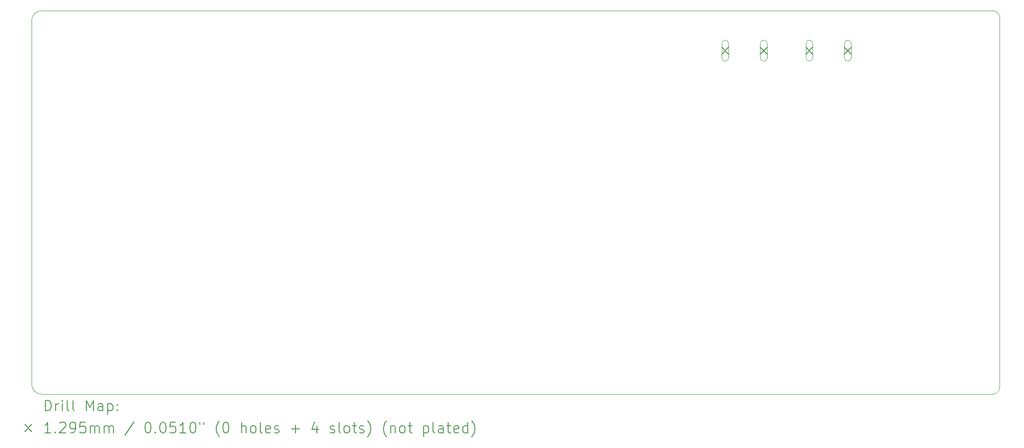
<source format=gbr>
%TF.GenerationSoftware,KiCad,Pcbnew,8.0.6*%
%TF.CreationDate,2025-03-03T14:33:04-05:00*%
%TF.ProjectId,SiPM_Bias_Board,5369504d-5f42-4696-9173-5f426f617264,rev?*%
%TF.SameCoordinates,Original*%
%TF.FileFunction,Drillmap*%
%TF.FilePolarity,Positive*%
%FSLAX45Y45*%
G04 Gerber Fmt 4.5, Leading zero omitted, Abs format (unit mm)*
G04 Created by KiCad (PCBNEW 8.0.6) date 2025-03-03 14:33:04*
%MOMM*%
%LPD*%
G01*
G04 APERTURE LIST*
%ADD10C,0.050000*%
%ADD11C,0.200000*%
%ADD12C,0.129540*%
%ADD13C,0.100000*%
G04 APERTURE END LIST*
D10*
X23993500Y-6196500D02*
X23993500Y-13245000D01*
X23865599Y-13371228D02*
X5769000Y-13372000D01*
X5578500Y-6260000D02*
X5578500Y-13181500D01*
X5769000Y-13372000D02*
G75*
G02*
X5578500Y-13181500I0J190500D01*
G01*
X5578500Y-6260000D02*
G75*
G02*
X5769017Y-6071235I192380J-3640D01*
G01*
X23993500Y-13245000D02*
G75*
G02*
X23865599Y-13371228I-127660J1440D01*
G01*
X5769017Y-6071235D02*
X23865597Y-6070403D01*
X23865597Y-6070403D02*
G75*
G02*
X23992983Y-6196524I-4837J-132277D01*
G01*
D11*
D12*
X18709230Y-6769230D02*
X18838770Y-6898770D01*
X18838770Y-6769230D02*
X18709230Y-6898770D01*
D13*
X18709230Y-6698770D02*
X18709230Y-6969230D01*
X18838770Y-6969230D02*
G75*
G02*
X18709230Y-6969230I-64770J0D01*
G01*
X18838770Y-6969230D02*
X18838770Y-6698770D01*
X18838770Y-6698770D02*
G75*
G03*
X18709230Y-6698770I-64770J0D01*
G01*
D12*
X19441230Y-6769230D02*
X19570770Y-6898770D01*
X19570770Y-6769230D02*
X19441230Y-6898770D01*
D13*
X19441230Y-6698770D02*
X19441230Y-6969230D01*
X19570770Y-6969230D02*
G75*
G02*
X19441230Y-6969230I-64770J0D01*
G01*
X19570770Y-6969230D02*
X19570770Y-6698770D01*
X19570770Y-6698770D02*
G75*
G03*
X19441230Y-6698770I-64770J0D01*
G01*
D12*
X20309230Y-6769230D02*
X20438770Y-6898770D01*
X20438770Y-6769230D02*
X20309230Y-6898770D01*
D13*
X20309230Y-6698770D02*
X20309230Y-6969230D01*
X20438770Y-6969230D02*
G75*
G02*
X20309230Y-6969230I-64770J0D01*
G01*
X20438770Y-6969230D02*
X20438770Y-6698770D01*
X20438770Y-6698770D02*
G75*
G03*
X20309230Y-6698770I-64770J0D01*
G01*
D12*
X21041230Y-6769230D02*
X21170770Y-6898770D01*
X21170770Y-6769230D02*
X21041230Y-6898770D01*
D13*
X21041230Y-6698770D02*
X21041230Y-6969230D01*
X21170770Y-6969230D02*
G75*
G02*
X21041230Y-6969230I-64770J0D01*
G01*
X21170770Y-6969230D02*
X21170770Y-6698770D01*
X21170770Y-6698770D02*
G75*
G03*
X21041230Y-6698770I-64770J0D01*
G01*
D11*
X5836777Y-13685984D02*
X5836777Y-13485984D01*
X5836777Y-13485984D02*
X5884396Y-13485984D01*
X5884396Y-13485984D02*
X5912967Y-13495508D01*
X5912967Y-13495508D02*
X5932015Y-13514555D01*
X5932015Y-13514555D02*
X5941539Y-13533603D01*
X5941539Y-13533603D02*
X5951062Y-13571698D01*
X5951062Y-13571698D02*
X5951062Y-13600269D01*
X5951062Y-13600269D02*
X5941539Y-13638365D01*
X5941539Y-13638365D02*
X5932015Y-13657412D01*
X5932015Y-13657412D02*
X5912967Y-13676460D01*
X5912967Y-13676460D02*
X5884396Y-13685984D01*
X5884396Y-13685984D02*
X5836777Y-13685984D01*
X6036777Y-13685984D02*
X6036777Y-13552650D01*
X6036777Y-13590746D02*
X6046301Y-13571698D01*
X6046301Y-13571698D02*
X6055824Y-13562174D01*
X6055824Y-13562174D02*
X6074872Y-13552650D01*
X6074872Y-13552650D02*
X6093920Y-13552650D01*
X6160586Y-13685984D02*
X6160586Y-13552650D01*
X6160586Y-13485984D02*
X6151062Y-13495508D01*
X6151062Y-13495508D02*
X6160586Y-13505031D01*
X6160586Y-13505031D02*
X6170110Y-13495508D01*
X6170110Y-13495508D02*
X6160586Y-13485984D01*
X6160586Y-13485984D02*
X6160586Y-13505031D01*
X6284396Y-13685984D02*
X6265348Y-13676460D01*
X6265348Y-13676460D02*
X6255824Y-13657412D01*
X6255824Y-13657412D02*
X6255824Y-13485984D01*
X6389158Y-13685984D02*
X6370110Y-13676460D01*
X6370110Y-13676460D02*
X6360586Y-13657412D01*
X6360586Y-13657412D02*
X6360586Y-13485984D01*
X6617729Y-13685984D02*
X6617729Y-13485984D01*
X6617729Y-13485984D02*
X6684396Y-13628841D01*
X6684396Y-13628841D02*
X6751062Y-13485984D01*
X6751062Y-13485984D02*
X6751062Y-13685984D01*
X6932015Y-13685984D02*
X6932015Y-13581222D01*
X6932015Y-13581222D02*
X6922491Y-13562174D01*
X6922491Y-13562174D02*
X6903443Y-13552650D01*
X6903443Y-13552650D02*
X6865348Y-13552650D01*
X6865348Y-13552650D02*
X6846301Y-13562174D01*
X6932015Y-13676460D02*
X6912967Y-13685984D01*
X6912967Y-13685984D02*
X6865348Y-13685984D01*
X6865348Y-13685984D02*
X6846301Y-13676460D01*
X6846301Y-13676460D02*
X6836777Y-13657412D01*
X6836777Y-13657412D02*
X6836777Y-13638365D01*
X6836777Y-13638365D02*
X6846301Y-13619317D01*
X6846301Y-13619317D02*
X6865348Y-13609793D01*
X6865348Y-13609793D02*
X6912967Y-13609793D01*
X6912967Y-13609793D02*
X6932015Y-13600269D01*
X7027253Y-13552650D02*
X7027253Y-13752650D01*
X7027253Y-13562174D02*
X7046301Y-13552650D01*
X7046301Y-13552650D02*
X7084396Y-13552650D01*
X7084396Y-13552650D02*
X7103443Y-13562174D01*
X7103443Y-13562174D02*
X7112967Y-13571698D01*
X7112967Y-13571698D02*
X7122491Y-13590746D01*
X7122491Y-13590746D02*
X7122491Y-13647888D01*
X7122491Y-13647888D02*
X7112967Y-13666936D01*
X7112967Y-13666936D02*
X7103443Y-13676460D01*
X7103443Y-13676460D02*
X7084396Y-13685984D01*
X7084396Y-13685984D02*
X7046301Y-13685984D01*
X7046301Y-13685984D02*
X7027253Y-13676460D01*
X7208205Y-13666936D02*
X7217729Y-13676460D01*
X7217729Y-13676460D02*
X7208205Y-13685984D01*
X7208205Y-13685984D02*
X7198682Y-13676460D01*
X7198682Y-13676460D02*
X7208205Y-13666936D01*
X7208205Y-13666936D02*
X7208205Y-13685984D01*
X7208205Y-13562174D02*
X7217729Y-13571698D01*
X7217729Y-13571698D02*
X7208205Y-13581222D01*
X7208205Y-13581222D02*
X7198682Y-13571698D01*
X7198682Y-13571698D02*
X7208205Y-13562174D01*
X7208205Y-13562174D02*
X7208205Y-13581222D01*
D12*
X5446460Y-13949730D02*
X5576000Y-14079270D01*
X5576000Y-13949730D02*
X5446460Y-14079270D01*
D11*
X5941539Y-14105984D02*
X5827253Y-14105984D01*
X5884396Y-14105984D02*
X5884396Y-13905984D01*
X5884396Y-13905984D02*
X5865348Y-13934555D01*
X5865348Y-13934555D02*
X5846301Y-13953603D01*
X5846301Y-13953603D02*
X5827253Y-13963127D01*
X6027253Y-14086936D02*
X6036777Y-14096460D01*
X6036777Y-14096460D02*
X6027253Y-14105984D01*
X6027253Y-14105984D02*
X6017729Y-14096460D01*
X6017729Y-14096460D02*
X6027253Y-14086936D01*
X6027253Y-14086936D02*
X6027253Y-14105984D01*
X6112967Y-13925031D02*
X6122491Y-13915508D01*
X6122491Y-13915508D02*
X6141539Y-13905984D01*
X6141539Y-13905984D02*
X6189158Y-13905984D01*
X6189158Y-13905984D02*
X6208205Y-13915508D01*
X6208205Y-13915508D02*
X6217729Y-13925031D01*
X6217729Y-13925031D02*
X6227253Y-13944079D01*
X6227253Y-13944079D02*
X6227253Y-13963127D01*
X6227253Y-13963127D02*
X6217729Y-13991698D01*
X6217729Y-13991698D02*
X6103443Y-14105984D01*
X6103443Y-14105984D02*
X6227253Y-14105984D01*
X6322491Y-14105984D02*
X6360586Y-14105984D01*
X6360586Y-14105984D02*
X6379634Y-14096460D01*
X6379634Y-14096460D02*
X6389158Y-14086936D01*
X6389158Y-14086936D02*
X6408205Y-14058365D01*
X6408205Y-14058365D02*
X6417729Y-14020269D01*
X6417729Y-14020269D02*
X6417729Y-13944079D01*
X6417729Y-13944079D02*
X6408205Y-13925031D01*
X6408205Y-13925031D02*
X6398682Y-13915508D01*
X6398682Y-13915508D02*
X6379634Y-13905984D01*
X6379634Y-13905984D02*
X6341539Y-13905984D01*
X6341539Y-13905984D02*
X6322491Y-13915508D01*
X6322491Y-13915508D02*
X6312967Y-13925031D01*
X6312967Y-13925031D02*
X6303443Y-13944079D01*
X6303443Y-13944079D02*
X6303443Y-13991698D01*
X6303443Y-13991698D02*
X6312967Y-14010746D01*
X6312967Y-14010746D02*
X6322491Y-14020269D01*
X6322491Y-14020269D02*
X6341539Y-14029793D01*
X6341539Y-14029793D02*
X6379634Y-14029793D01*
X6379634Y-14029793D02*
X6398682Y-14020269D01*
X6398682Y-14020269D02*
X6408205Y-14010746D01*
X6408205Y-14010746D02*
X6417729Y-13991698D01*
X6598682Y-13905984D02*
X6503443Y-13905984D01*
X6503443Y-13905984D02*
X6493920Y-14001222D01*
X6493920Y-14001222D02*
X6503443Y-13991698D01*
X6503443Y-13991698D02*
X6522491Y-13982174D01*
X6522491Y-13982174D02*
X6570110Y-13982174D01*
X6570110Y-13982174D02*
X6589158Y-13991698D01*
X6589158Y-13991698D02*
X6598682Y-14001222D01*
X6598682Y-14001222D02*
X6608205Y-14020269D01*
X6608205Y-14020269D02*
X6608205Y-14067888D01*
X6608205Y-14067888D02*
X6598682Y-14086936D01*
X6598682Y-14086936D02*
X6589158Y-14096460D01*
X6589158Y-14096460D02*
X6570110Y-14105984D01*
X6570110Y-14105984D02*
X6522491Y-14105984D01*
X6522491Y-14105984D02*
X6503443Y-14096460D01*
X6503443Y-14096460D02*
X6493920Y-14086936D01*
X6693920Y-14105984D02*
X6693920Y-13972650D01*
X6693920Y-13991698D02*
X6703443Y-13982174D01*
X6703443Y-13982174D02*
X6722491Y-13972650D01*
X6722491Y-13972650D02*
X6751063Y-13972650D01*
X6751063Y-13972650D02*
X6770110Y-13982174D01*
X6770110Y-13982174D02*
X6779634Y-14001222D01*
X6779634Y-14001222D02*
X6779634Y-14105984D01*
X6779634Y-14001222D02*
X6789158Y-13982174D01*
X6789158Y-13982174D02*
X6808205Y-13972650D01*
X6808205Y-13972650D02*
X6836777Y-13972650D01*
X6836777Y-13972650D02*
X6855824Y-13982174D01*
X6855824Y-13982174D02*
X6865348Y-14001222D01*
X6865348Y-14001222D02*
X6865348Y-14105984D01*
X6960586Y-14105984D02*
X6960586Y-13972650D01*
X6960586Y-13991698D02*
X6970110Y-13982174D01*
X6970110Y-13982174D02*
X6989158Y-13972650D01*
X6989158Y-13972650D02*
X7017729Y-13972650D01*
X7017729Y-13972650D02*
X7036777Y-13982174D01*
X7036777Y-13982174D02*
X7046301Y-14001222D01*
X7046301Y-14001222D02*
X7046301Y-14105984D01*
X7046301Y-14001222D02*
X7055824Y-13982174D01*
X7055824Y-13982174D02*
X7074872Y-13972650D01*
X7074872Y-13972650D02*
X7103443Y-13972650D01*
X7103443Y-13972650D02*
X7122491Y-13982174D01*
X7122491Y-13982174D02*
X7132015Y-14001222D01*
X7132015Y-14001222D02*
X7132015Y-14105984D01*
X7522491Y-13896460D02*
X7351063Y-14153603D01*
X7779634Y-13905984D02*
X7798682Y-13905984D01*
X7798682Y-13905984D02*
X7817729Y-13915508D01*
X7817729Y-13915508D02*
X7827253Y-13925031D01*
X7827253Y-13925031D02*
X7836777Y-13944079D01*
X7836777Y-13944079D02*
X7846301Y-13982174D01*
X7846301Y-13982174D02*
X7846301Y-14029793D01*
X7846301Y-14029793D02*
X7836777Y-14067888D01*
X7836777Y-14067888D02*
X7827253Y-14086936D01*
X7827253Y-14086936D02*
X7817729Y-14096460D01*
X7817729Y-14096460D02*
X7798682Y-14105984D01*
X7798682Y-14105984D02*
X7779634Y-14105984D01*
X7779634Y-14105984D02*
X7760586Y-14096460D01*
X7760586Y-14096460D02*
X7751063Y-14086936D01*
X7751063Y-14086936D02*
X7741539Y-14067888D01*
X7741539Y-14067888D02*
X7732015Y-14029793D01*
X7732015Y-14029793D02*
X7732015Y-13982174D01*
X7732015Y-13982174D02*
X7741539Y-13944079D01*
X7741539Y-13944079D02*
X7751063Y-13925031D01*
X7751063Y-13925031D02*
X7760586Y-13915508D01*
X7760586Y-13915508D02*
X7779634Y-13905984D01*
X7932015Y-14086936D02*
X7941539Y-14096460D01*
X7941539Y-14096460D02*
X7932015Y-14105984D01*
X7932015Y-14105984D02*
X7922491Y-14096460D01*
X7922491Y-14096460D02*
X7932015Y-14086936D01*
X7932015Y-14086936D02*
X7932015Y-14105984D01*
X8065348Y-13905984D02*
X8084396Y-13905984D01*
X8084396Y-13905984D02*
X8103444Y-13915508D01*
X8103444Y-13915508D02*
X8112967Y-13925031D01*
X8112967Y-13925031D02*
X8122491Y-13944079D01*
X8122491Y-13944079D02*
X8132015Y-13982174D01*
X8132015Y-13982174D02*
X8132015Y-14029793D01*
X8132015Y-14029793D02*
X8122491Y-14067888D01*
X8122491Y-14067888D02*
X8112967Y-14086936D01*
X8112967Y-14086936D02*
X8103444Y-14096460D01*
X8103444Y-14096460D02*
X8084396Y-14105984D01*
X8084396Y-14105984D02*
X8065348Y-14105984D01*
X8065348Y-14105984D02*
X8046301Y-14096460D01*
X8046301Y-14096460D02*
X8036777Y-14086936D01*
X8036777Y-14086936D02*
X8027253Y-14067888D01*
X8027253Y-14067888D02*
X8017729Y-14029793D01*
X8017729Y-14029793D02*
X8017729Y-13982174D01*
X8017729Y-13982174D02*
X8027253Y-13944079D01*
X8027253Y-13944079D02*
X8036777Y-13925031D01*
X8036777Y-13925031D02*
X8046301Y-13915508D01*
X8046301Y-13915508D02*
X8065348Y-13905984D01*
X8312967Y-13905984D02*
X8217729Y-13905984D01*
X8217729Y-13905984D02*
X8208206Y-14001222D01*
X8208206Y-14001222D02*
X8217729Y-13991698D01*
X8217729Y-13991698D02*
X8236777Y-13982174D01*
X8236777Y-13982174D02*
X8284396Y-13982174D01*
X8284396Y-13982174D02*
X8303444Y-13991698D01*
X8303444Y-13991698D02*
X8312967Y-14001222D01*
X8312967Y-14001222D02*
X8322491Y-14020269D01*
X8322491Y-14020269D02*
X8322491Y-14067888D01*
X8322491Y-14067888D02*
X8312967Y-14086936D01*
X8312967Y-14086936D02*
X8303444Y-14096460D01*
X8303444Y-14096460D02*
X8284396Y-14105984D01*
X8284396Y-14105984D02*
X8236777Y-14105984D01*
X8236777Y-14105984D02*
X8217729Y-14096460D01*
X8217729Y-14096460D02*
X8208206Y-14086936D01*
X8512968Y-14105984D02*
X8398682Y-14105984D01*
X8455825Y-14105984D02*
X8455825Y-13905984D01*
X8455825Y-13905984D02*
X8436777Y-13934555D01*
X8436777Y-13934555D02*
X8417729Y-13953603D01*
X8417729Y-13953603D02*
X8398682Y-13963127D01*
X8636777Y-13905984D02*
X8655825Y-13905984D01*
X8655825Y-13905984D02*
X8674872Y-13915508D01*
X8674872Y-13915508D02*
X8684396Y-13925031D01*
X8684396Y-13925031D02*
X8693920Y-13944079D01*
X8693920Y-13944079D02*
X8703444Y-13982174D01*
X8703444Y-13982174D02*
X8703444Y-14029793D01*
X8703444Y-14029793D02*
X8693920Y-14067888D01*
X8693920Y-14067888D02*
X8684396Y-14086936D01*
X8684396Y-14086936D02*
X8674872Y-14096460D01*
X8674872Y-14096460D02*
X8655825Y-14105984D01*
X8655825Y-14105984D02*
X8636777Y-14105984D01*
X8636777Y-14105984D02*
X8617729Y-14096460D01*
X8617729Y-14096460D02*
X8608206Y-14086936D01*
X8608206Y-14086936D02*
X8598682Y-14067888D01*
X8598682Y-14067888D02*
X8589158Y-14029793D01*
X8589158Y-14029793D02*
X8589158Y-13982174D01*
X8589158Y-13982174D02*
X8598682Y-13944079D01*
X8598682Y-13944079D02*
X8608206Y-13925031D01*
X8608206Y-13925031D02*
X8617729Y-13915508D01*
X8617729Y-13915508D02*
X8636777Y-13905984D01*
X8779634Y-13905984D02*
X8779634Y-13944079D01*
X8855825Y-13905984D02*
X8855825Y-13944079D01*
X9151063Y-14182174D02*
X9141539Y-14172650D01*
X9141539Y-14172650D02*
X9122491Y-14144079D01*
X9122491Y-14144079D02*
X9112968Y-14125031D01*
X9112968Y-14125031D02*
X9103444Y-14096460D01*
X9103444Y-14096460D02*
X9093920Y-14048841D01*
X9093920Y-14048841D02*
X9093920Y-14010746D01*
X9093920Y-14010746D02*
X9103444Y-13963127D01*
X9103444Y-13963127D02*
X9112968Y-13934555D01*
X9112968Y-13934555D02*
X9122491Y-13915508D01*
X9122491Y-13915508D02*
X9141539Y-13886936D01*
X9141539Y-13886936D02*
X9151063Y-13877412D01*
X9265349Y-13905984D02*
X9284396Y-13905984D01*
X9284396Y-13905984D02*
X9303444Y-13915508D01*
X9303444Y-13915508D02*
X9312968Y-13925031D01*
X9312968Y-13925031D02*
X9322491Y-13944079D01*
X9322491Y-13944079D02*
X9332015Y-13982174D01*
X9332015Y-13982174D02*
X9332015Y-14029793D01*
X9332015Y-14029793D02*
X9322491Y-14067888D01*
X9322491Y-14067888D02*
X9312968Y-14086936D01*
X9312968Y-14086936D02*
X9303444Y-14096460D01*
X9303444Y-14096460D02*
X9284396Y-14105984D01*
X9284396Y-14105984D02*
X9265349Y-14105984D01*
X9265349Y-14105984D02*
X9246301Y-14096460D01*
X9246301Y-14096460D02*
X9236777Y-14086936D01*
X9236777Y-14086936D02*
X9227253Y-14067888D01*
X9227253Y-14067888D02*
X9217730Y-14029793D01*
X9217730Y-14029793D02*
X9217730Y-13982174D01*
X9217730Y-13982174D02*
X9227253Y-13944079D01*
X9227253Y-13944079D02*
X9236777Y-13925031D01*
X9236777Y-13925031D02*
X9246301Y-13915508D01*
X9246301Y-13915508D02*
X9265349Y-13905984D01*
X9570111Y-14105984D02*
X9570111Y-13905984D01*
X9655825Y-14105984D02*
X9655825Y-14001222D01*
X9655825Y-14001222D02*
X9646301Y-13982174D01*
X9646301Y-13982174D02*
X9627253Y-13972650D01*
X9627253Y-13972650D02*
X9598682Y-13972650D01*
X9598682Y-13972650D02*
X9579634Y-13982174D01*
X9579634Y-13982174D02*
X9570111Y-13991698D01*
X9779634Y-14105984D02*
X9760587Y-14096460D01*
X9760587Y-14096460D02*
X9751063Y-14086936D01*
X9751063Y-14086936D02*
X9741539Y-14067888D01*
X9741539Y-14067888D02*
X9741539Y-14010746D01*
X9741539Y-14010746D02*
X9751063Y-13991698D01*
X9751063Y-13991698D02*
X9760587Y-13982174D01*
X9760587Y-13982174D02*
X9779634Y-13972650D01*
X9779634Y-13972650D02*
X9808206Y-13972650D01*
X9808206Y-13972650D02*
X9827253Y-13982174D01*
X9827253Y-13982174D02*
X9836777Y-13991698D01*
X9836777Y-13991698D02*
X9846301Y-14010746D01*
X9846301Y-14010746D02*
X9846301Y-14067888D01*
X9846301Y-14067888D02*
X9836777Y-14086936D01*
X9836777Y-14086936D02*
X9827253Y-14096460D01*
X9827253Y-14096460D02*
X9808206Y-14105984D01*
X9808206Y-14105984D02*
X9779634Y-14105984D01*
X9960587Y-14105984D02*
X9941539Y-14096460D01*
X9941539Y-14096460D02*
X9932015Y-14077412D01*
X9932015Y-14077412D02*
X9932015Y-13905984D01*
X10112968Y-14096460D02*
X10093920Y-14105984D01*
X10093920Y-14105984D02*
X10055825Y-14105984D01*
X10055825Y-14105984D02*
X10036777Y-14096460D01*
X10036777Y-14096460D02*
X10027253Y-14077412D01*
X10027253Y-14077412D02*
X10027253Y-14001222D01*
X10027253Y-14001222D02*
X10036777Y-13982174D01*
X10036777Y-13982174D02*
X10055825Y-13972650D01*
X10055825Y-13972650D02*
X10093920Y-13972650D01*
X10093920Y-13972650D02*
X10112968Y-13982174D01*
X10112968Y-13982174D02*
X10122492Y-14001222D01*
X10122492Y-14001222D02*
X10122492Y-14020269D01*
X10122492Y-14020269D02*
X10027253Y-14039317D01*
X10198682Y-14096460D02*
X10217730Y-14105984D01*
X10217730Y-14105984D02*
X10255825Y-14105984D01*
X10255825Y-14105984D02*
X10274873Y-14096460D01*
X10274873Y-14096460D02*
X10284396Y-14077412D01*
X10284396Y-14077412D02*
X10284396Y-14067888D01*
X10284396Y-14067888D02*
X10274873Y-14048841D01*
X10274873Y-14048841D02*
X10255825Y-14039317D01*
X10255825Y-14039317D02*
X10227253Y-14039317D01*
X10227253Y-14039317D02*
X10208206Y-14029793D01*
X10208206Y-14029793D02*
X10198682Y-14010746D01*
X10198682Y-14010746D02*
X10198682Y-14001222D01*
X10198682Y-14001222D02*
X10208206Y-13982174D01*
X10208206Y-13982174D02*
X10227253Y-13972650D01*
X10227253Y-13972650D02*
X10255825Y-13972650D01*
X10255825Y-13972650D02*
X10274873Y-13982174D01*
X10522492Y-14029793D02*
X10674873Y-14029793D01*
X10598682Y-14105984D02*
X10598682Y-13953603D01*
X11008206Y-13972650D02*
X11008206Y-14105984D01*
X10960587Y-13896460D02*
X10912968Y-14039317D01*
X10912968Y-14039317D02*
X11036777Y-14039317D01*
X11255825Y-14096460D02*
X11274873Y-14105984D01*
X11274873Y-14105984D02*
X11312968Y-14105984D01*
X11312968Y-14105984D02*
X11332015Y-14096460D01*
X11332015Y-14096460D02*
X11341539Y-14077412D01*
X11341539Y-14077412D02*
X11341539Y-14067888D01*
X11341539Y-14067888D02*
X11332015Y-14048841D01*
X11332015Y-14048841D02*
X11312968Y-14039317D01*
X11312968Y-14039317D02*
X11284396Y-14039317D01*
X11284396Y-14039317D02*
X11265349Y-14029793D01*
X11265349Y-14029793D02*
X11255825Y-14010746D01*
X11255825Y-14010746D02*
X11255825Y-14001222D01*
X11255825Y-14001222D02*
X11265349Y-13982174D01*
X11265349Y-13982174D02*
X11284396Y-13972650D01*
X11284396Y-13972650D02*
X11312968Y-13972650D01*
X11312968Y-13972650D02*
X11332015Y-13982174D01*
X11455825Y-14105984D02*
X11436777Y-14096460D01*
X11436777Y-14096460D02*
X11427254Y-14077412D01*
X11427254Y-14077412D02*
X11427254Y-13905984D01*
X11560587Y-14105984D02*
X11541539Y-14096460D01*
X11541539Y-14096460D02*
X11532015Y-14086936D01*
X11532015Y-14086936D02*
X11522492Y-14067888D01*
X11522492Y-14067888D02*
X11522492Y-14010746D01*
X11522492Y-14010746D02*
X11532015Y-13991698D01*
X11532015Y-13991698D02*
X11541539Y-13982174D01*
X11541539Y-13982174D02*
X11560587Y-13972650D01*
X11560587Y-13972650D02*
X11589158Y-13972650D01*
X11589158Y-13972650D02*
X11608206Y-13982174D01*
X11608206Y-13982174D02*
X11617730Y-13991698D01*
X11617730Y-13991698D02*
X11627254Y-14010746D01*
X11627254Y-14010746D02*
X11627254Y-14067888D01*
X11627254Y-14067888D02*
X11617730Y-14086936D01*
X11617730Y-14086936D02*
X11608206Y-14096460D01*
X11608206Y-14096460D02*
X11589158Y-14105984D01*
X11589158Y-14105984D02*
X11560587Y-14105984D01*
X11684396Y-13972650D02*
X11760587Y-13972650D01*
X11712968Y-13905984D02*
X11712968Y-14077412D01*
X11712968Y-14077412D02*
X11722492Y-14096460D01*
X11722492Y-14096460D02*
X11741539Y-14105984D01*
X11741539Y-14105984D02*
X11760587Y-14105984D01*
X11817730Y-14096460D02*
X11836777Y-14105984D01*
X11836777Y-14105984D02*
X11874873Y-14105984D01*
X11874873Y-14105984D02*
X11893920Y-14096460D01*
X11893920Y-14096460D02*
X11903444Y-14077412D01*
X11903444Y-14077412D02*
X11903444Y-14067888D01*
X11903444Y-14067888D02*
X11893920Y-14048841D01*
X11893920Y-14048841D02*
X11874873Y-14039317D01*
X11874873Y-14039317D02*
X11846301Y-14039317D01*
X11846301Y-14039317D02*
X11827254Y-14029793D01*
X11827254Y-14029793D02*
X11817730Y-14010746D01*
X11817730Y-14010746D02*
X11817730Y-14001222D01*
X11817730Y-14001222D02*
X11827254Y-13982174D01*
X11827254Y-13982174D02*
X11846301Y-13972650D01*
X11846301Y-13972650D02*
X11874873Y-13972650D01*
X11874873Y-13972650D02*
X11893920Y-13982174D01*
X11970111Y-14182174D02*
X11979635Y-14172650D01*
X11979635Y-14172650D02*
X11998682Y-14144079D01*
X11998682Y-14144079D02*
X12008206Y-14125031D01*
X12008206Y-14125031D02*
X12017730Y-14096460D01*
X12017730Y-14096460D02*
X12027254Y-14048841D01*
X12027254Y-14048841D02*
X12027254Y-14010746D01*
X12027254Y-14010746D02*
X12017730Y-13963127D01*
X12017730Y-13963127D02*
X12008206Y-13934555D01*
X12008206Y-13934555D02*
X11998682Y-13915508D01*
X11998682Y-13915508D02*
X11979635Y-13886936D01*
X11979635Y-13886936D02*
X11970111Y-13877412D01*
X12332016Y-14182174D02*
X12322492Y-14172650D01*
X12322492Y-14172650D02*
X12303444Y-14144079D01*
X12303444Y-14144079D02*
X12293920Y-14125031D01*
X12293920Y-14125031D02*
X12284396Y-14096460D01*
X12284396Y-14096460D02*
X12274873Y-14048841D01*
X12274873Y-14048841D02*
X12274873Y-14010746D01*
X12274873Y-14010746D02*
X12284396Y-13963127D01*
X12284396Y-13963127D02*
X12293920Y-13934555D01*
X12293920Y-13934555D02*
X12303444Y-13915508D01*
X12303444Y-13915508D02*
X12322492Y-13886936D01*
X12322492Y-13886936D02*
X12332016Y-13877412D01*
X12408206Y-13972650D02*
X12408206Y-14105984D01*
X12408206Y-13991698D02*
X12417730Y-13982174D01*
X12417730Y-13982174D02*
X12436777Y-13972650D01*
X12436777Y-13972650D02*
X12465349Y-13972650D01*
X12465349Y-13972650D02*
X12484396Y-13982174D01*
X12484396Y-13982174D02*
X12493920Y-14001222D01*
X12493920Y-14001222D02*
X12493920Y-14105984D01*
X12617730Y-14105984D02*
X12598682Y-14096460D01*
X12598682Y-14096460D02*
X12589158Y-14086936D01*
X12589158Y-14086936D02*
X12579635Y-14067888D01*
X12579635Y-14067888D02*
X12579635Y-14010746D01*
X12579635Y-14010746D02*
X12589158Y-13991698D01*
X12589158Y-13991698D02*
X12598682Y-13982174D01*
X12598682Y-13982174D02*
X12617730Y-13972650D01*
X12617730Y-13972650D02*
X12646301Y-13972650D01*
X12646301Y-13972650D02*
X12665349Y-13982174D01*
X12665349Y-13982174D02*
X12674873Y-13991698D01*
X12674873Y-13991698D02*
X12684396Y-14010746D01*
X12684396Y-14010746D02*
X12684396Y-14067888D01*
X12684396Y-14067888D02*
X12674873Y-14086936D01*
X12674873Y-14086936D02*
X12665349Y-14096460D01*
X12665349Y-14096460D02*
X12646301Y-14105984D01*
X12646301Y-14105984D02*
X12617730Y-14105984D01*
X12741539Y-13972650D02*
X12817730Y-13972650D01*
X12770111Y-13905984D02*
X12770111Y-14077412D01*
X12770111Y-14077412D02*
X12779635Y-14096460D01*
X12779635Y-14096460D02*
X12798682Y-14105984D01*
X12798682Y-14105984D02*
X12817730Y-14105984D01*
X13036777Y-13972650D02*
X13036777Y-14172650D01*
X13036777Y-13982174D02*
X13055825Y-13972650D01*
X13055825Y-13972650D02*
X13093920Y-13972650D01*
X13093920Y-13972650D02*
X13112968Y-13982174D01*
X13112968Y-13982174D02*
X13122492Y-13991698D01*
X13122492Y-13991698D02*
X13132016Y-14010746D01*
X13132016Y-14010746D02*
X13132016Y-14067888D01*
X13132016Y-14067888D02*
X13122492Y-14086936D01*
X13122492Y-14086936D02*
X13112968Y-14096460D01*
X13112968Y-14096460D02*
X13093920Y-14105984D01*
X13093920Y-14105984D02*
X13055825Y-14105984D01*
X13055825Y-14105984D02*
X13036777Y-14096460D01*
X13246301Y-14105984D02*
X13227254Y-14096460D01*
X13227254Y-14096460D02*
X13217730Y-14077412D01*
X13217730Y-14077412D02*
X13217730Y-13905984D01*
X13408206Y-14105984D02*
X13408206Y-14001222D01*
X13408206Y-14001222D02*
X13398682Y-13982174D01*
X13398682Y-13982174D02*
X13379635Y-13972650D01*
X13379635Y-13972650D02*
X13341539Y-13972650D01*
X13341539Y-13972650D02*
X13322492Y-13982174D01*
X13408206Y-14096460D02*
X13389158Y-14105984D01*
X13389158Y-14105984D02*
X13341539Y-14105984D01*
X13341539Y-14105984D02*
X13322492Y-14096460D01*
X13322492Y-14096460D02*
X13312968Y-14077412D01*
X13312968Y-14077412D02*
X13312968Y-14058365D01*
X13312968Y-14058365D02*
X13322492Y-14039317D01*
X13322492Y-14039317D02*
X13341539Y-14029793D01*
X13341539Y-14029793D02*
X13389158Y-14029793D01*
X13389158Y-14029793D02*
X13408206Y-14020269D01*
X13474873Y-13972650D02*
X13551063Y-13972650D01*
X13503444Y-13905984D02*
X13503444Y-14077412D01*
X13503444Y-14077412D02*
X13512968Y-14096460D01*
X13512968Y-14096460D02*
X13532016Y-14105984D01*
X13532016Y-14105984D02*
X13551063Y-14105984D01*
X13693920Y-14096460D02*
X13674873Y-14105984D01*
X13674873Y-14105984D02*
X13636777Y-14105984D01*
X13636777Y-14105984D02*
X13617730Y-14096460D01*
X13617730Y-14096460D02*
X13608206Y-14077412D01*
X13608206Y-14077412D02*
X13608206Y-14001222D01*
X13608206Y-14001222D02*
X13617730Y-13982174D01*
X13617730Y-13982174D02*
X13636777Y-13972650D01*
X13636777Y-13972650D02*
X13674873Y-13972650D01*
X13674873Y-13972650D02*
X13693920Y-13982174D01*
X13693920Y-13982174D02*
X13703444Y-14001222D01*
X13703444Y-14001222D02*
X13703444Y-14020269D01*
X13703444Y-14020269D02*
X13608206Y-14039317D01*
X13874873Y-14105984D02*
X13874873Y-13905984D01*
X13874873Y-14096460D02*
X13855825Y-14105984D01*
X13855825Y-14105984D02*
X13817730Y-14105984D01*
X13817730Y-14105984D02*
X13798682Y-14096460D01*
X13798682Y-14096460D02*
X13789158Y-14086936D01*
X13789158Y-14086936D02*
X13779635Y-14067888D01*
X13779635Y-14067888D02*
X13779635Y-14010746D01*
X13779635Y-14010746D02*
X13789158Y-13991698D01*
X13789158Y-13991698D02*
X13798682Y-13982174D01*
X13798682Y-13982174D02*
X13817730Y-13972650D01*
X13817730Y-13972650D02*
X13855825Y-13972650D01*
X13855825Y-13972650D02*
X13874873Y-13982174D01*
X13951063Y-14182174D02*
X13960587Y-14172650D01*
X13960587Y-14172650D02*
X13979635Y-14144079D01*
X13979635Y-14144079D02*
X13989158Y-14125031D01*
X13989158Y-14125031D02*
X13998682Y-14096460D01*
X13998682Y-14096460D02*
X14008206Y-14048841D01*
X14008206Y-14048841D02*
X14008206Y-14010746D01*
X14008206Y-14010746D02*
X13998682Y-13963127D01*
X13998682Y-13963127D02*
X13989158Y-13934555D01*
X13989158Y-13934555D02*
X13979635Y-13915508D01*
X13979635Y-13915508D02*
X13960587Y-13886936D01*
X13960587Y-13886936D02*
X13951063Y-13877412D01*
M02*

</source>
